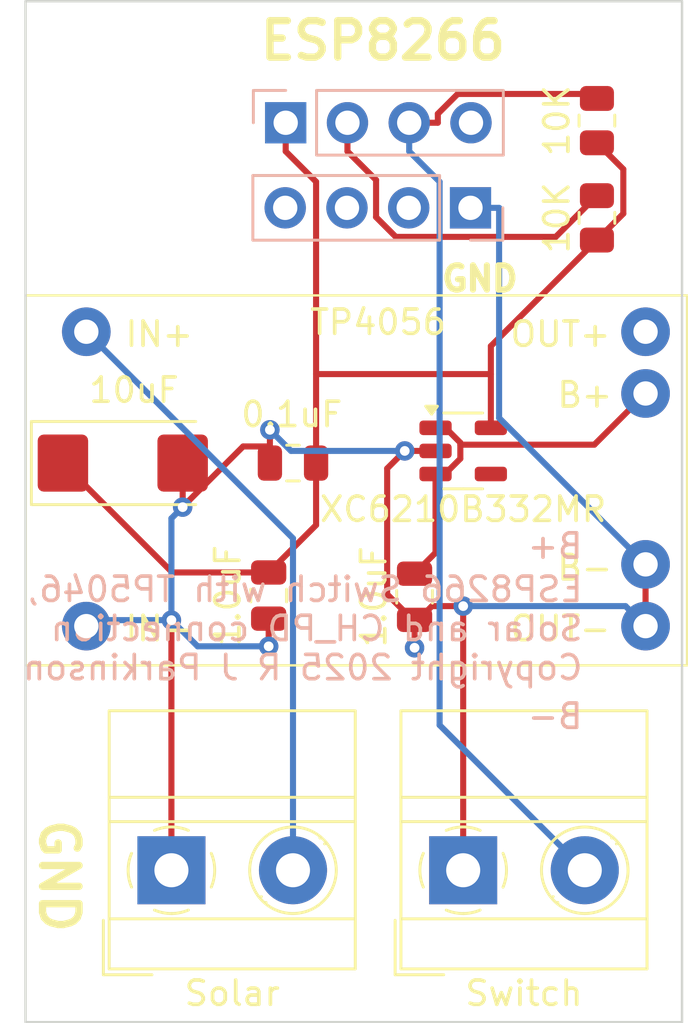
<source format=kicad_pcb>
(kicad_pcb (version 20221018) (generator pcbnew)
  (layers (0 "F.Cu" signal) (31 "B.Cu" signal) (34 "B.Paste" user) (35 "F.Paste" user) (36 "B.SilkS" user "B.Silkscreen") (37 "F.SilkS" user "F.Silkscreen") (38 "B.Mask" user) (39 "F.Mask" user) (44 "Edge.Cuts" user))
  (net 0 "")
  (net 1 "+3.3V")
  (net 2 "GND")
  (net 3 "+6V")
  (net 4 "/RST")
  (net 5 "/CH_PD")
  (net 6 "/TX")
  (net 7 "/GPIO2")
  (net 8 "/GPIO0")
  (net 9 "/RX")
  (net 12 "Net-(J4-Pin_2)")
  (footprint "Resistor_SMD:R_0805_2012Metric" (layer "F.Cu") (at 81.5 56.9125 -90)
    (fp_text reference "R2" hide)
    (fp_text value "10K" (at 0 1.65 90) (layer "F.SilkS"))
    (fp_line (start -0.227064 -0.735) (end 0.227064 -0.735) (stroke (width 0.12)) (layer "F.SilkS"))
    (fp_line (start -0.227064 0.735) (end 0.227064 0.735) (stroke (width 0.12)) (layer "F.SilkS"))
    (pad "1" smd roundrect (at -0.9125 0 270) (size 1.025 1.4) (layers "F.Cu" "F.Paste" "F.Mask") (roundrect_rratio 0.243902) (net 5 "/CH_PD"))
    (pad "2" smd roundrect (at 0.9125 0 270) (size 1.025 1.4) (layers "F.Cu" "F.Paste" "F.Mask") (roundrect_rratio 0.243902) (net 1 "+3.3V"))
  )
  (footprint "TP4056_module:TP4056-Module-B" (layer "F.Cu") (at 58 82.6971)
    (fp_text reference "U2" hide)
    (fp_text value "TP4056" (at 14.5 -17.4898 unlocked) (layer "F.SilkS"))
    (fp_text user "B+" (at 23 -14.5 unlocked) (layer "F.SilkS"))
    (fp_text user "IN-" (at 5.5 -4.8898 unlocked) (layer "F.SilkS"))
    (fp_text user "B-" (at 23 -7.3898 unlocked) (layer "F.SilkS"))
    (fp_text user "OUT+" (at 22 -17 unlocked) (layer "F.SilkS"))
    (fp_text user "IN+" (at 5.5 -17 unlocked) (layer "F.SilkS"))
    (fp_text user "OUT-" (at 22 -4.8898 unlocked) (layer "F.SilkS"))
    (fp_rect (start 0.006482 -18.594259) (end 27.207627 -3.375775) (stroke (width 0.1)) (fill none) (layer "F.SilkS"))
    (pad "1" thru_hole circle (at 2.5 -17.1) (size 2 2) (drill 1) (layers "*.Cu" "*.Mask") (net 12 "Net-(J4-Pin_2)"))
    (pad "2" thru_hole circle (at 2.5 -4.9898) (size 2 2) (drill 1) (layers "*.Cu" "*.Mask") (net 2 "GND"))
    (pad "3" thru_hole circle (at 25.5 -17.1) (size 2 2) (drill 1) (layers "*.Cu" "*.Mask"))
    (pad "4" thru_hole circle (at 25.5 -14.56) (size 2 2) (drill 1) (layers "*.Cu" "*.Mask") (net 3 "+6V"))
    (pad "5" thru_hole circle (at 25.5 -7.5298) (size 2 2) (drill 1) (layers "*.Cu" "*.Mask") (net 2 "GND"))
    (pad "6" thru_hole circle (at 25.5 -4.9898) (size 2 2) (drill 1) (layers "*.Cu" "*.Mask") (net 2 "GND"))
  )
  (footprint "Resistor_SMD:R_0805_2012Metric" (layer "F.Cu") (at 81.5 60.9125 -90)
    (fp_text reference "R1" hide)
    (fp_text value "10K" (at 0 1.65 90) (layer "F.SilkS"))
    (fp_line (start -0.227064 -0.735) (end 0.227064 -0.735) (stroke (width 0.12)) (layer "F.SilkS"))
    (fp_line (start -0.227064 0.735) (end 0.227064 0.735) (stroke (width 0.12)) (layer "F.SilkS"))
    (pad "1" smd roundrect (at -0.9125 0 270) (size 1.025 1.4) (layers "F.Cu" "F.Paste" "F.Mask") (roundrect_rratio 0.243902) (net 4 "/RST"))
    (pad "2" smd roundrect (at 0.9125 0 270) (size 1.025 1.4) (layers "F.Cu" "F.Paste" "F.Mask") (roundrect_rratio 0.243902) (net 1 "+3.3V"))
  )
  (footprint "Capacitor_SMD:C_0805_2012Metric" (layer "F.Cu") (at 74 76.5 -90)
    (fp_text reference "C3" hide)
    (fp_text value "1.0uF" (at 0 1.68 90) (layer "F.SilkS"))
    (fp_line (start -0.261252 -0.735) (end 0.261252 -0.735) (stroke (width 0.12)) (layer "F.SilkS"))
    (fp_line (start -0.261252 0.735) (end 0.261252 0.735) (stroke (width 0.12)) (layer "F.SilkS"))
    (pad "1" smd roundrect (at -0.95 0 270) (size 1 1.45) (layers "F.Cu" "F.Paste" "F.Mask") (net 3 "+6V"))
    (pad "2" smd roundrect (at 0.95 0 270) (size 1 1.45) (layers "F.Cu" "F.Paste" "F.Mask") (net 2 "GND"))
  )
  (footprint "TerminalBlock_MetzConnect:TerminalBlock_MetzConnect_Type011_RT05502HBWC_1x02_P5.00mm_Horizontal" (layer "F.Cu") (at 64 87.75)
    (fp_text reference "J4" hide)
    (fp_text value "Solar" (at 2.5 5.06) (layer "F.SilkS"))
    (fp_line (start -2.8 2.06) (end -2.8 4.3) (stroke (width 0.12)) (layer "F.SilkS"))
    (fp_line (start -2.8 4.3) (end -0.8 4.3) (stroke (width 0.12)) (layer "F.SilkS"))
    (fp_line (start -2.56 -6.56) (end -2.56 4.06) (stroke (width 0.12)) (layer "F.SilkS"))
    (fp_line (start -2.56 -6.56) (end 7.56 -6.56) (stroke (width 0.12)) (layer "F.SilkS"))
    (fp_line (start -2.56 -3) (end 7.56 -3) (stroke (width 0.12)) (layer "F.SilkS"))
    (fp_line (start -2.56 -2) (end 7.56 -2) (stroke (width 0.12)) (layer "F.SilkS"))
    (fp_line (start -2.56 2) (end 7.56 2) (stroke (width 0.12)) (layer "F.SilkS"))
    (fp_line (start -2.56 4.06) (end 7.56 4.06) (stroke (width 0.12)) (layer "F.SilkS"))
    (fp_line (start 3.7 1.083) (end 3.65 1.133) (stroke (width 0.12)) (layer "F.SilkS"))
    (fp_line (start 3.892 1.325) (end 3.868 1.35) (stroke (width 0.12)) (layer "F.SilkS"))
    (fp_line (start 6.133 -1.35) (end 6.108 -1.326) (stroke (width 0.12)) (layer "F.SilkS"))
    (fp_line (start 6.35 -1.133) (end 6.301 -1.083) (stroke (width 0.12)) (layer "F.SilkS"))
    (fp_line (start 7.56 -6.56) (end 7.56 4.06) (stroke (width 0.12)) (layer "F.SilkS"))
    (fp_arc (start -1.639206 0.695516) (mid -1.780657 -0.000263) (end -1.639 -0.696) (stroke (width 0.12)) (layer "F.SilkS"))
    (fp_arc (start -0.695516 -1.639206) (mid 0.000263 -1.780657) (end 0.696 -1.639) (stroke (width 0.12)) (layer "F.SilkS"))
    (fp_arc (start 0.030814 1.78039) (mid -0.340023 1.747891) (end -0.696 1.639) (stroke (width 0.12)) (layer "F.SilkS"))
    (fp_arc (start 0.695501 1.638499) (mid 0.354875 1.744266) (end 0 1.78) (stroke (width 0.12)) (layer "F.SilkS"))
    (fp_arc (start 1.639206 -0.695516) (mid 1.780657 0.000263) (end 1.639 0.696) (stroke (width 0.12)) (layer "F.SilkS"))
    (fp_circle (center 5 0) (end 6.78 0) (stroke (width 0.12)) (fill none) (layer "F.SilkS"))
    (pad "1" thru_hole rect (at 0 0) (size 2.8 2.8) (drill 1.4) (layers "*.Cu" "*.Mask") (net 2 "GND"))
    (pad "2" thru_hole circle (at 5 0) (size 2.8 2.8) (drill 1.4) (layers "*.Cu" "*.Mask") (net 12 "Net-(J4-Pin_2)"))
  )
  (footprint "Package_TO_SOT_SMD:SOT-23-5" (layer "F.Cu") (at 76 70.5)
    (fp_text reference "U1" hide)
    (fp_text value "XC6210B332MR" (at 0 2.4) (layer "F.SilkS"))
    (fp_line (start 0 -1.56) (end -0.8 -1.56) (stroke (width 0.12)) (layer "F.SilkS"))
    (fp_line (start 0 -1.56) (end 0.8 -1.56) (stroke (width 0.12)) (layer "F.SilkS"))
    (fp_line (start 0 1.56) (end -0.8 1.56) (stroke (width 0.12)) (layer "F.SilkS"))
    (fp_line (start 0 1.56) (end 0.8 1.56) (stroke (width 0.12)) (layer "F.SilkS"))
    (fp_poly (pts (xy -1.3 -1.51) (xy -1.54 -1.84) (xy -1.06 -1.84) (xy -1.3 -1.51)) (stroke (width 0.12)) (fill solid) (layer "F.SilkS"))
    (pad "1" smd roundrect (at -1.1375 -0.95) (size 1.325 0.6) (layers "F.Cu" "F.Paste" "F.Mask") (net 3 "+6V"))
    (pad "2" smd roundrect (at -1.1375 0) (size 1.325 0.6) (layers "F.Cu" "F.Paste" "F.Mask") (net 2 "GND"))
    (pad "3" smd roundrect (at -1.1375 0.95) (size 1.325 0.6) (layers "F.Cu" "F.Paste" "F.Mask") (net 3 "+6V"))
    (pad "4" smd roundrect (at 1.1375 0.95) (size 1.325 0.6) (layers "F.Cu" "F.Paste" "F.Mask"))
    (pad "5" smd roundrect (at 1.1375 -0.95) (size 1.325 0.6) (layers "F.Cu" "F.Paste" "F.Mask") (net 1 "+3.3V"))
  )
  (footprint "TerminalBlock_MetzConnect:TerminalBlock_MetzConnect_Type011_RT05502HBWC_1x02_P5.00mm_Horizontal" (layer "F.Cu") (at 76 87.75)
    (fp_text reference "J5" hide)
    (fp_text value "Switch" (at 2.5 5.06) (layer "F.SilkS"))
    (fp_line (start -2.8 2.06) (end -2.8 4.3) (stroke (width 0.12)) (layer "F.SilkS"))
    (fp_line (start -2.8 4.3) (end -0.8 4.3) (stroke (width 0.12)) (layer "F.SilkS"))
    (fp_line (start -2.56 -6.56) (end -2.56 4.06) (stroke (width 0.12)) (layer "F.SilkS"))
    (fp_line (start -2.56 -6.56) (end 7.56 -6.56) (stroke (width 0.12)) (layer "F.SilkS"))
    (fp_line (start -2.56 -3) (end 7.56 -3) (stroke (width 0.12)) (layer "F.SilkS"))
    (fp_line (start -2.56 -2) (end 7.56 -2) (stroke (width 0.12)) (layer "F.SilkS"))
    (fp_line (start -2.56 2) (end 7.56 2) (stroke (width 0.12)) (layer "F.SilkS"))
    (fp_line (start -2.56 4.06) (end 7.56 4.06) (stroke (width 0.12)) (layer "F.SilkS"))
    (fp_line (start 3.7 1.083) (end 3.65 1.133) (stroke (width 0.12)) (layer "F.SilkS"))
    (fp_line (start 3.892 1.325) (end 3.868 1.35) (stroke (width 0.12)) (layer "F.SilkS"))
    (fp_line (start 6.133 -1.35) (end 6.108 -1.326) (stroke (width 0.12)) (layer "F.SilkS"))
    (fp_line (start 6.35 -1.133) (end 6.301 -1.083) (stroke (width 0.12)) (layer "F.SilkS"))
    (fp_line (start 7.56 -6.56) (end 7.56 4.06) (stroke (width 0.12)) (layer "F.SilkS"))
    (fp_arc (start -1.639206 0.695516) (mid -1.780657 -0.000263) (end -1.639 -0.696) (stroke (width 0.12)) (layer "F.SilkS"))
    (fp_arc (start -0.695516 -1.639206) (mid 0.000263 -1.780657) (end 0.696 -1.639) (stroke (width 0.12)) (layer "F.SilkS"))
    (fp_arc (start 0.030814 1.78039) (mid -0.340023 1.747891) (end -0.696 1.639) (stroke (width 0.12)) (layer "F.SilkS"))
    (fp_arc (start 0.695501 1.638499) (mid 0.354875 1.744266) (end 0 1.78) (stroke (width 0.12)) (layer "F.SilkS"))
    (fp_arc (start 1.639206 -0.695516) (mid 1.780657 0.000263) (end 1.639 0.696) (stroke (width 0.12)) (layer "F.SilkS"))
    (fp_circle (center 5 0) (end 6.78 0) (stroke (width 0.12)) (fill none) (layer "F.SilkS"))
    (pad "1" thru_hole rect (at 0 0) (size 2.8 2.8) (drill 1.4) (layers "*.Cu" "*.Mask") (net 2 "GND"))
    (pad "2" thru_hole circle (at 5 0) (size 2.8 2.8) (drill 1.4) (layers "*.Cu" "*.Mask") (net 5 "/CH_PD"))
  )
  (footprint "Capacitor_Tantalum_SMD:CP_EIA-6032-15_Kemet-U" (layer "F.Cu") (at 62 71)
    (fp_text reference "C1" hide)
    (fp_text value "10uF" (at 0.4625 -3) (layer "F.SilkS"))
    (fp_line (start -3.76 -1.71) (end -3.76 1.71) (stroke (width 0.12)) (layer "F.SilkS"))
    (fp_line (start -3.76 1.71) (end 3 1.71) (stroke (width 0.12)) (layer "F.SilkS"))
    (fp_line (start 3 -1.71) (end -3.76 -1.71) (stroke (width 0.12)) (layer "F.SilkS"))
    (pad "1" smd roundrect (at -2.4625 0) (size 2.075 2.35) (layers "F.Cu" "F.Paste" "F.Mask") (roundrect_rratio 0.120482) (net 1 "+3.3V"))
    (pad "2" smd roundrect (at 2.4625 0) (size 2.075 2.35) (layers "F.Cu" "F.Paste" "F.Mask") (roundrect_rratio 0.120482) (net 2 "GND"))
  )
  (footprint "Capacitor_SMD:C_0805_2012Metric" (layer "F.Cu") (at 68 76.45 -90)
    (fp_text reference "C4" hide)
    (fp_text value "1.0uF" (at 0 1.68 90) (layer "F.SilkS"))
    (fp_line (start -0.261252 -0.735) (end 0.261252 -0.735) (stroke (width 0.12)) (layer "F.SilkS"))
    (fp_line (start -0.261252 0.735) (end 0.261252 0.735) (stroke (width 0.12)) (layer "F.SilkS"))
    (pad "1" smd roundrect (at -0.95 0 270) (size 1 1.45) (layers "F.Cu" "F.Paste" "F.Mask") (net 1 "+3.3V"))
    (pad "2" smd roundrect (at 0.95 0 270) (size 1 1.45) (layers "F.Cu" "F.Paste" "F.Mask") (net 2 "GND"))
  )
  (footprint "Capacitor_SMD:C_0805_2012Metric" (layer "F.Cu") (at 69 71)
    (fp_text reference "C2" hide)
    (fp_text value "0.1uF" (at -0.05 -2) (layer "F.SilkS"))
    (fp_line (start -0.261252 -0.735) (end 0.261252 -0.735) (stroke (width 0.12)) (layer "F.SilkS"))
    (fp_line (start -0.261252 0.735) (end 0.261252 0.735) (stroke (width 0.12)) (layer "F.SilkS"))
    (pad "1" smd roundrect (at -0.95 0) (size 1 1.45) (layers "F.Cu" "F.Paste" "F.Mask") (net 2 "GND"))
    (pad "2" smd roundrect (at 0.95 0) (size 1 1.45) (layers "F.Cu" "F.Paste" "F.Mask") (net 1 "+3.3V"))
  )
  (footprint "Connector_PinHeader_2.54mm:PinHeader_1x04_P2.54mm_Vertical" (layer "B.Cu") (at 76.3 60.5 90)
    (fp_text reference "J2" hide)
    (fp_text value "Conn_01x04_Pin" hide)
    (fp_line (start -1.33 -8.95) (end 1.33 -8.95) (stroke (width 0.12)) (layer "B.SilkS"))
    (fp_line (start -1.33 -1.27) (end -1.33 -8.95) (stroke (width 0.12)) (layer "B.SilkS"))
    (fp_line (start -1.33 -1.27) (end 1.33 -1.27) (stroke (width 0.12)) (layer "B.SilkS"))
    (fp_line (start -1.33 0) (end -1.33 1.33) (stroke (width 0.12)) (layer "B.SilkS"))
    (fp_line (start -1.33 1.33) (end 0 1.33) (stroke (width 0.12)) (layer "B.SilkS"))
    (fp_line (start 1.33 -1.27) (end 1.33 -8.95) (stroke (width 0.12)) (layer "B.SilkS"))
    (pad "1" thru_hole rect (at 0 0 90) (size 1.7 1.7) (drill 1) (layers "*.Cu" "*.Mask") (net 2 "GND"))
    (pad "2" thru_hole oval (at 0 -2.54 90) (size 1.7 1.7) (drill 1) (layers "*.Cu" "*.Mask") (net 7 "/GPIO2"))
    (pad "3" thru_hole oval (at 0 -5.08 90) (size 1.7 1.7) (drill 1) (layers "*.Cu" "*.Mask") (net 8 "/GPIO0"))
    (pad "4" thru_hole oval (at 0 -7.62 90) (size 1.7 1.7) (drill 1) (layers "*.Cu" "*.Mask") (net 9 "/RX"))
  )
  (footprint "Connector_PinHeader_2.54mm:PinHeader_1x04_P2.54mm_Vertical" (layer "B.Cu") (at 68.7 57 -90)
    (fp_text reference "J1" hide)
    (fp_text value "Conn_01x04_Pin" hide)
    (fp_line (start -1.33 -8.95) (end 1.33 -8.95) (stroke (width 0.12)) (layer "B.SilkS"))
    (fp_line (start -1.33 -1.27) (end -1.33 -8.95) (stroke (width 0.12)) (layer "B.SilkS"))
    (fp_line (start -1.33 -1.27) (end 1.33 -1.27) (stroke (width 0.12)) (layer "B.SilkS"))
    (fp_line (start -1.33 0) (end -1.33 1.33) (stroke (width 0.12)) (layer "B.SilkS"))
    (fp_line (start -1.33 1.33) (end 0 1.33) (stroke (width 0.12)) (layer "B.SilkS"))
    (fp_line (start 1.33 -1.27) (end 1.33 -8.95) (stroke (width 0.12)) (layer "B.SilkS"))
    (pad "1" thru_hole rect (at 0 0 270) (size 1.7 1.7) (drill 1) (layers "*.Cu" "*.Mask") (net 1 "+3.3V"))
    (pad "2" thru_hole oval (at 0 -2.54 270) (size 1.7 1.7) (drill 1) (layers "*.Cu" "*.Mask") (net 4 "/RST"))
    (pad "3" thru_hole oval (at 0 -5.08 270) (size 1.7 1.7) (drill 1) (layers "*.Cu" "*.Mask") (net 5 "/CH_PD"))
    (pad "4" thru_hole oval (at 0 -7.62 270) (size 1.7 1.7) (drill 1) (layers "*.Cu" "*.Mask") (net 6 "/TX"))
  )
  (gr_rect (start 58 52) (end 85 94) (stroke (width 0.1)) (fill none) (layer "Edge.Cuts"))
  (gr_text "ESP8266 Switch with TP5046,\nSolar and CH_PD connection\nCopyright 2025 R J Parkinson" (at 81 80) (layer "B.SilkS") (effects (font (size 1 1)) (justify left bottom mirror)))
  (gr_text "B+" (at 81 75) (layer "B.SilkS") (effects (font (size 1 1)) (justify left bottom mirror)))
  (gr_text "B-" (at 81 82) (layer "B.SilkS") (effects (font (size 1 1)) (justify left bottom mirror)))
  (gr_text "GND" (at 58.5 85.5 -90) (layer "F.SilkS") (effects (font (size 1.5 1.5) (thickness 0.3) bold) (justify left bottom)))
  (gr_text "ESP8266" (at 67.5 54.5) (layer "F.SilkS") (effects (font (size 1.5 1.5) (thickness 0.3) bold) (justify left bottom)))
  (gr_text "GND" (at 75 64) (layer "F.SilkS") (effects (font (size 1 1) (thickness 0.25) bold) (justify left bottom)))
  (segment (start 69.95 73.55) (end 69.95 71) (width 0.25) (layer "F.Cu") (net 1))
  (segment (start 68.7 58.1769) (end 69.95 59.4269) (width 0.25) (layer "F.Cu") (net 1))
  (segment (start 69.95 71) (end 69.95 67.3394) (width 0.25) (layer "F.Cu") (net 1))
  (segment (start 82.5856 58.9106) (end 82.5856 60.7394) (width 0.25) (layer "F.Cu") (net 1))
  (segment (start 81.5 57.825) (end 82.5856 58.9106) (width 0.25) (layer "F.Cu") (net 1))
  (segment (start 68.7 57) (end 68.7 58.1769) (width 0.25) (layer "F.Cu") (net 1))
  (segment (start 64.0375 75.5) (end 68 75.5) (width 0.25) (layer "F.Cu") (net 1))
  (segment (start 77.1375 69.55) (end 77.1375 67.3394) (width 0.25) (layer "F.Cu") (net 1))
  (segment (start 59.5375 71) (end 64.0375 75.5) (width 0.25) (layer "F.Cu") (net 1))
  (segment (start 69.95 59.4269) (end 69.95 67.3394) (width 0.25) (layer "F.Cu") (net 1))
  (segment (start 68 75.5) (end 69.95 73.55) (width 0.25) (layer "F.Cu") (net 1))
  (segment (start 82.5856 60.7394) (end 81.5 61.825) (width 0.25) (layer "F.Cu") (net 1))
  (segment (start 69.95 67.3394) (end 77.1375 67.3394) (width 0.25) (layer "F.Cu") (net 1))
  (segment (start 77.1375 66.1875) (end 81.5 61.825) (width 0.25) (layer "F.Cu") (net 1))
  (segment (start 77.1375 67.3394) (end 77.1375 66.1875) (width 0.25) (layer "F.Cu") (net 1))
  (segment (start 68 78.5386) (end 68 77.4) (width 0.25) (layer "F.Cu") (net 2))
  (segment (start 74.7131 76.8844) (end 76 76.8844) (width 0.25) (layer "F.Cu") (net 2))
  (segment (start 64.4625 72.8131) (end 64.4625 72.8022) (width 0.25) (layer "F.Cu") (net 2))
  (segment (start 68.05 70.3161) (end 68.05 71) (width 0.25) (layer "F.Cu") (net 2))
  (segment (start 76 76.8844) (end 76 87.75) (width 0.25) (layer "F.Cu") (net 2))
  (segment (start 64.4625 72.8022) (end 64.4625 71) (width 0.25) (layer "F.Cu") (net 2))
  (segment (start 74 77.5975) (end 74.7131 76.8844) (width 0.25) (layer "F.Cu") (net 2))
  (segment (start 74 77.5237) (end 74 77.45) (width 0.25) (layer "F.Cu") (net 2))
  (segment (start 64 77.461) (end 64 87.75) (width 0.25) (layer "F.Cu") (net 2))
  (segment (start 72.873 76.3967) (end 72.873 71.2232) (width 0.25) (layer "F.Cu") (net 2))
  (segment (start 68.05 69.6323) (end 68.05 70.3161) (width 0.25) (layer "F.Cu") (net 2))
  (segment (start 66.9486 70.3161) (end 64.4625 72.8022) (width 0.25) (layer "F.Cu") (net 2))
  (segment (start 72.873 71.2232) (end 73.5962 70.5) (width 0.25) (layer "F.Cu") (net 2))
  (segment (start 74 77.5975) (end 74 77.5237) (width 0.25) (layer "F.Cu") (net 2))
  (segment (start 68.05 70.3161) (end 66.9486 70.3161) (width 0.25) (layer "F.Cu") (net 2))
  (segment (start 74 78.5978) (end 74 77.5975) (width 0.25) (layer "F.Cu") (net 2))
  (segment (start 83.5 77.7073) (end 83.5 75.1673) (width 0.25) (layer "F.Cu") (net 2))
  (segment (start 73.5962 70.5) (end 74.8625 70.5) (width 0.25) (layer "F.Cu") (net 2))
  (segment (start 74 77.5237) (end 72.873 76.3967) (width 0.25) (layer "F.Cu") (net 2))
  (via (at 74 78.5978) (size 0.8) (drill 0.4) (layers "F.Cu" "B.Cu") (net 2))
  (via (at 68.05 69.6323) (size 0.8) (drill 0.4) (layers "F.Cu" "B.Cu") (net 2))
  (via (at 73.5962 70.5) (size 0.8) (drill 0.4) (layers "F.Cu" "B.Cu") (net 2))
  (via (at 68 78.5386) (size 0.8) (drill 0.4) (layers "F.Cu" "B.Cu") (net 2))
  (via (at 64.4625 72.8131) (size 0.8) (drill 0.4) (layers "F.Cu" "B.Cu") (net 2))
  (via (at 76 76.8844) (size 0.8) (drill 0.4) (layers "F.Cu" "B.Cu") (net 2))
  (via (at 64 77.461) (size 0.8) (drill 0.4) (layers "F.Cu" "B.Cu") (net 2))
  (segment (start 77.4769 69.1442) (end 83.5 75.1673) (width 0.25) (layer "B.Cu") (net 2))
  (segment (start 65.0776 78.5386) (end 64 77.461) (width 0.25) (layer "B.Cu") (net 2))
  (segment (start 68 78.5386) (end 65.0776 78.5386) (width 0.25) (layer "B.Cu") (net 2))
  (segment (start 77.4769 60.5) (end 77.4769 69.1442) (width 0.25) (layer "B.Cu") (net 2))
  (segment (start 64.4625 72.8131) (end 64 73.2756) (width 0.25) (layer "B.Cu") (net 2))
  (segment (start 76 76.8844) (end 82.6771 76.8844) (width 0.25) (layer "B.Cu") (net 2))
  (segment (start 60.7463 77.461) (end 60.5 77.7073) (width 0.25) (layer "B.Cu") (net 2))
  (segment (start 73.5962 70.5) (end 68.9177 70.5) (width 0.25) (layer "B.Cu") (net 2))
  (segment (start 82.6771 76.8844) (end 83.5 77.7073) (width 0.25) (layer "B.Cu") (net 2))
  (segment (start 68.9177 70.5) (end 68.05 69.6323) (width 0.25) (layer "B.Cu") (net 2))
  (segment (start 76.3 60.5) (end 77.4769 60.5) (width 0.25) (layer "B.Cu") (net 2))
  (segment (start 64 73.2756) (end 64 77.461) (width 0.25) (layer "B.Cu") (net 2))
  (segment (start 64 77.461) (end 60.7463 77.461) (width 0.25) (layer "B.Cu") (net 2))
  (segment (start 75.8826 70.2435) (end 75.8826 70.8184) (width 0.25) (layer "F.Cu") (net 3))
  (segment (start 74.8625 74.6875) (end 74 75.55) (width 0.25) (layer "F.Cu") (net 3))
  (segment (start 75.8826 70.8184) (end 75.251 71.45) (width 0.25) (layer "F.Cu") (net 3))
  (segment (start 75.251 71.45) (end 74.8625 71.45) (width 0.25) (layer "F.Cu") (net 3))
  (segment (start 75.8826 70.2435) (end 81.3936 70.2435) (width 0.25) (layer "F.Cu") (net 3))
  (segment (start 75.8826 70.1614) (end 75.8826 70.2435) (width 0.25) (layer "F.Cu") (net 3))
  (segment (start 74.8625 71.45) (end 74.8625 74.6875) (width 0.25) (layer "F.Cu") (net 3))
  (segment (start 75.2712 69.55) (end 75.8826 70.1614) (width 0.25) (layer "F.Cu") (net 3))
  (segment (start 74.8625 69.55) (end 75.2712 69.55) (width 0.25) (layer "F.Cu") (net 3))
  (segment (start 81.3936 70.2435) (end 83.5 68.1371) (width 0.25) (layer "F.Cu") (net 3))
  (segment (start 71.24 57) (end 71.24 58.1769) (width 0.25) (layer "F.Cu") (net 4))
  (segment (start 79.8053 61.6947) (end 81.5 60) (width 0.25) (layer "F.Cu") (net 4))
  (segment (start 73.2289 61.6947) (end 79.8053 61.6947) (width 0.25) (layer "F.Cu") (net 4))
  (segment (start 71.24 58.1769) (end 72.4169 59.3538) (width 0.25) (layer "F.Cu") (net 4))
  (segment (start 72.4169 59.3538) (end 72.4169 60.8827) (width 0.25) (layer "F.Cu") (net 4))
  (segment (start 72.4169 60.8827) (end 73.2289 61.6947) (width 0.25) (layer "F.Cu") (net 4))
  (segment (start 81.3155 55.8155) (end 81.5 56) (width 0.25) (layer "F.Cu") (net 5))
  (segment (start 75.7736 55.8155) (end 81.3155 55.8155) (width 0.25) (layer "F.Cu") (net 5))
  (segment (start 73.78 57) (end 74.9569 57) (width 0.25) (layer "F.Cu") (net 5))
  (segment (start 74.9569 57) (end 74.9569 56.6322) (width 0.25) (layer "F.Cu") (net 5))
  (segment (start 74.9569 56.6322) (end 75.7736 55.8155) (width 0.25) (layer "F.Cu") (net 5))
  (segment (start 75.0301 59.427) (end 73.78 58.1769) (width 0.25) (layer "B.Cu") (net 5))
  (segment (start 75.0301 81.7801) (end 75.0301 59.427) (width 0.25) (layer "B.Cu") (net 5))
  (segment (start 81 87.75) (end 75.0301 81.7801) (width 0.25) (layer "B.Cu") (net 5))
  (segment (start 73.78 58.1769) (end 73.78 57) (width 0.25) (layer "B.Cu") (net 5))
  (segment (start 69 87.75) (end 69 74.0971) (width 0.25) (layer "B.Cu") (net 12))
  (segment (start 69 74.0971) (end 60.5 65.5971) (width 0.25) (layer "B.Cu") (net 12))
)
</source>
